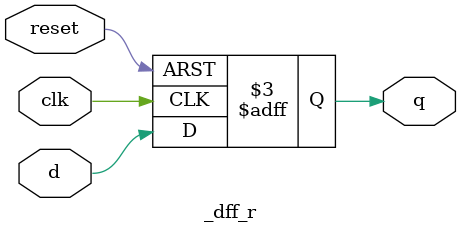
<source format=v>
module _dff_r(clk,reset,d,q); //resettable dff
	input clk,reset,d;
	output reg q;
	
	always@ (posedge clk or negedge reset) begin //if rising edge or reset  == 0, q = 0
		if(reset==0)
			q <= 1'b0;
		else
			q <=d;
	end
endmodule
</source>
